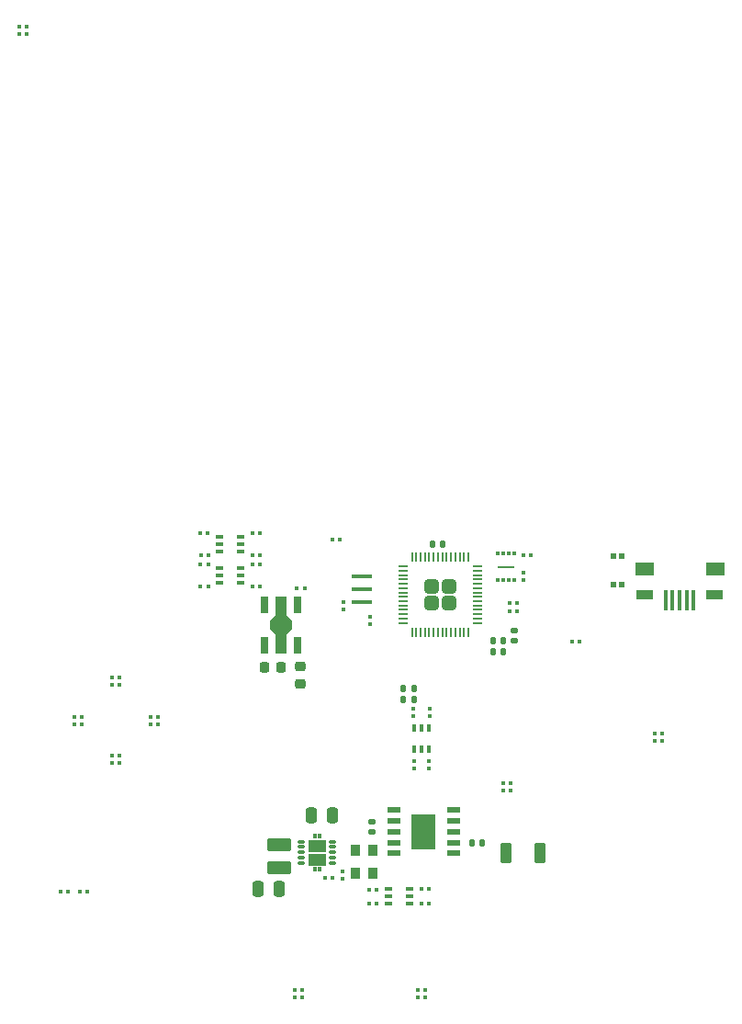
<source format=gbr>
%TF.GenerationSoftware,KiCad,Pcbnew,7.0.6*%
%TF.CreationDate,2024-03-31T21:54:29-07:00*%
%TF.ProjectId,retroglowplus_gbc,72657472-6f67-46c6-9f77-706c75735f67,rev?*%
%TF.SameCoordinates,Original*%
%TF.FileFunction,Paste,Top*%
%TF.FilePolarity,Positive*%
%FSLAX46Y46*%
G04 Gerber Fmt 4.6, Leading zero omitted, Abs format (unit mm)*
G04 Created by KiCad (PCBNEW 7.0.6) date 2024-03-31 21:54:29*
%MOMM*%
%LPD*%
G01*
G04 APERTURE LIST*
G04 Aperture macros list*
%AMRoundRect*
0 Rectangle with rounded corners*
0 $1 Rounding radius*
0 $2 $3 $4 $5 $6 $7 $8 $9 X,Y pos of 4 corners*
0 Add a 4 corners polygon primitive as box body*
4,1,4,$2,$3,$4,$5,$6,$7,$8,$9,$2,$3,0*
0 Add four circle primitives for the rounded corners*
1,1,$1+$1,$2,$3*
1,1,$1+$1,$4,$5*
1,1,$1+$1,$6,$7*
1,1,$1+$1,$8,$9*
0 Add four rect primitives between the rounded corners*
20,1,$1+$1,$2,$3,$4,$5,0*
20,1,$1+$1,$4,$5,$6,$7,0*
20,1,$1+$1,$6,$7,$8,$9,0*
20,1,$1+$1,$8,$9,$2,$3,0*%
%AMFreePoly0*
4,1,13,0.900000,0.500000,2.600000,0.500000,2.600000,-0.500000,0.900000,-0.500000,0.400000,-1.000000,-0.400000,-1.000000,-0.900000,-0.500000,-2.600000,-0.500000,-2.600000,0.500000,-0.900000,0.500000,-0.400000,1.000000,0.400000,1.000000,0.900000,0.500000,0.900000,0.500000,$1*%
G04 Aperture macros list end*
%ADD10C,0.010000*%
%ADD11RoundRect,0.250000X0.850000X-0.375000X0.850000X0.375000X-0.850000X0.375000X-0.850000X-0.375000X0*%
%ADD12RoundRect,0.079500X0.079500X0.100500X-0.079500X0.100500X-0.079500X-0.100500X0.079500X-0.100500X0*%
%ADD13RoundRect,0.079500X-0.079500X-0.100500X0.079500X-0.100500X0.079500X0.100500X-0.079500X0.100500X0*%
%ADD14R,0.370000X0.370000*%
%ADD15RoundRect,0.249999X-0.395001X0.395001X-0.395001X-0.395001X0.395001X-0.395001X0.395001X0.395001X0*%
%ADD16RoundRect,0.050000X-0.050000X0.387500X-0.050000X-0.387500X0.050000X-0.387500X0.050000X0.387500X0*%
%ADD17RoundRect,0.050000X-0.387500X0.050000X-0.387500X-0.050000X0.387500X-0.050000X0.387500X0.050000X0*%
%ADD18RoundRect,0.079500X-0.100500X0.079500X-0.100500X-0.079500X0.100500X-0.079500X0.100500X0.079500X0*%
%ADD19R,0.900000X1.000000*%
%ADD20R,0.500000X0.550000*%
%ADD21RoundRect,0.140000X-0.140000X-0.170000X0.140000X-0.170000X0.140000X0.170000X-0.140000X0.170000X0*%
%ADD22R,0.400000X0.650000*%
%ADD23RoundRect,0.225000X0.225000X0.250000X-0.225000X0.250000X-0.225000X-0.250000X0.225000X-0.250000X0*%
%ADD24R,0.700000X1.500000*%
%ADD25FreePoly0,270.000000*%
%ADD26RoundRect,0.140000X0.140000X0.170000X-0.140000X0.170000X-0.140000X-0.170000X0.140000X-0.170000X0*%
%ADD27RoundRect,0.225000X-0.250000X0.225000X-0.250000X-0.225000X0.250000X-0.225000X0.250000X0.225000X0*%
%ADD28RoundRect,0.250000X0.250000X0.475000X-0.250000X0.475000X-0.250000X-0.475000X0.250000X-0.475000X0*%
%ADD29RoundRect,0.250000X-0.250000X-0.475000X0.250000X-0.475000X0.250000X0.475000X-0.250000X0.475000X0*%
%ADD30RoundRect,0.140000X0.170000X-0.140000X0.170000X0.140000X-0.170000X0.140000X-0.170000X-0.140000X0*%
%ADD31R,0.650000X0.400000*%
%ADD32R,1.900000X0.400000*%
%ADD33RoundRect,0.007200X-0.292800X-0.112800X0.292800X-0.112800X0.292800X0.112800X-0.292800X0.112800X0*%
%ADD34R,0.300000X0.400000*%
%ADD35R,1.600000X0.200000*%
%ADD36RoundRect,0.250000X-0.275000X-0.700000X0.275000X-0.700000X0.275000X0.700000X-0.275000X0.700000X0*%
%ADD37RoundRect,0.140000X-0.170000X0.140000X-0.170000X-0.140000X0.170000X-0.140000X0.170000X0.140000X0*%
%ADD38RoundRect,0.079500X0.100500X-0.079500X0.100500X0.079500X-0.100500X0.079500X-0.100500X-0.079500X0*%
%ADD39R,0.400000X1.850000*%
%ADD40R,1.625000X0.900000*%
%ADD41R,1.690000X1.300000*%
%ADD42R,1.300000X0.600000*%
%ADD43R,2.300000X3.200000*%
G04 APERTURE END LIST*
%TO.C,U5*%
D10*
X237271800Y-139379400D02*
X235771800Y-139379400D01*
X235771800Y-138319400D01*
X237271800Y-138319400D01*
X237271800Y-139379400D01*
G36*
X237271800Y-139379400D02*
G01*
X235771800Y-139379400D01*
X235771800Y-138319400D01*
X237271800Y-138319400D01*
X237271800Y-139379400D01*
G37*
X237271800Y-140639400D02*
X235771800Y-140639400D01*
X235771800Y-139579400D01*
X237271800Y-139579400D01*
X237271800Y-140639400D01*
G36*
X237271800Y-140639400D02*
G01*
X235771800Y-140639400D01*
X235771800Y-139579400D01*
X237271800Y-139579400D01*
X237271800Y-140639400D01*
G37*
X236396800Y-138119400D02*
X236146800Y-138119400D01*
X236146800Y-137779400D01*
X236396800Y-137779400D01*
X236396800Y-138119400D01*
G36*
X236396800Y-138119400D02*
G01*
X236146800Y-138119400D01*
X236146800Y-137779400D01*
X236396800Y-137779400D01*
X236396800Y-138119400D01*
G37*
X236396800Y-141179400D02*
X236146800Y-141179400D01*
X236146800Y-140839400D01*
X236396800Y-140839400D01*
X236396800Y-141179400D01*
G36*
X236396800Y-141179400D02*
G01*
X236146800Y-141179400D01*
X236146800Y-140839400D01*
X236396800Y-140839400D01*
X236396800Y-141179400D01*
G37*
X236896800Y-138119400D02*
X236646800Y-138119400D01*
X236646800Y-137779400D01*
X236896800Y-137779400D01*
X236896800Y-138119400D01*
G36*
X236896800Y-138119400D02*
G01*
X236646800Y-138119400D01*
X236646800Y-137779400D01*
X236896800Y-137779400D01*
X236896800Y-138119400D01*
G37*
X236896800Y-141179400D02*
X236646800Y-141179400D01*
X236646800Y-140839400D01*
X236896800Y-140839400D01*
X236896800Y-141179400D01*
G36*
X236896800Y-141179400D02*
G01*
X236646800Y-141179400D01*
X236646800Y-140839400D01*
X236896800Y-140839400D01*
X236896800Y-141179400D01*
G37*
%TD*%
D11*
%TO.C,I1*%
X233019600Y-140876600D03*
X233019600Y-138726600D03*
%TD*%
D12*
%TO.C,R11*%
X231281800Y-112115600D03*
X230591800Y-112115600D03*
%TD*%
%TO.C,R15*%
X246860815Y-144183415D03*
X246170815Y-144183415D03*
%TD*%
D13*
%TO.C,R6*%
X234690280Y-115129803D03*
X235380280Y-115129803D03*
%TD*%
D14*
%TO.C,L2*%
X214137495Y-127638994D03*
X214807495Y-127638994D03*
X214807495Y-126968994D03*
X214137495Y-126968994D03*
%TD*%
D12*
%TO.C,R4*%
X256232407Y-112066293D03*
X255542407Y-112066293D03*
%TD*%
D15*
%TO.C,U2*%
X248691200Y-114935000D03*
X247091200Y-114935000D03*
X248691200Y-116535000D03*
X247091200Y-116535000D03*
D16*
X250491200Y-112297500D03*
X250091200Y-112297500D03*
X249691200Y-112297500D03*
X249291200Y-112297500D03*
X248891200Y-112297500D03*
X248491200Y-112297500D03*
X248091200Y-112297500D03*
X247691200Y-112297500D03*
X247291200Y-112297500D03*
X246891200Y-112297500D03*
X246491200Y-112297500D03*
X246091200Y-112297500D03*
X245691200Y-112297500D03*
X245291200Y-112297500D03*
D17*
X244453700Y-113135000D03*
X244453700Y-113535000D03*
X244453700Y-113935000D03*
X244453700Y-114335000D03*
X244453700Y-114735000D03*
X244453700Y-115135000D03*
X244453700Y-115535000D03*
X244453700Y-115935000D03*
X244453700Y-116335000D03*
X244453700Y-116735000D03*
X244453700Y-117135000D03*
X244453700Y-117535000D03*
X244453700Y-117935000D03*
X244453700Y-118335000D03*
D16*
X245291200Y-119172500D03*
X245691200Y-119172500D03*
X246091200Y-119172500D03*
X246491200Y-119172500D03*
X246891200Y-119172500D03*
X247291200Y-119172500D03*
X247691200Y-119172500D03*
X248091200Y-119172500D03*
X248491200Y-119172500D03*
X248891200Y-119172500D03*
X249291200Y-119172500D03*
X249691200Y-119172500D03*
X250091200Y-119172500D03*
X250491200Y-119172500D03*
D17*
X251328700Y-118335000D03*
X251328700Y-117935000D03*
X251328700Y-117535000D03*
X251328700Y-117135000D03*
X251328700Y-116735000D03*
X251328700Y-116335000D03*
X251328700Y-115935000D03*
X251328700Y-115535000D03*
X251328700Y-115135000D03*
X251328700Y-114735000D03*
X251328700Y-114335000D03*
X251328700Y-113935000D03*
X251328700Y-113535000D03*
X251328700Y-113135000D03*
%TD*%
D18*
%TO.C,R10*%
X245450600Y-126258800D03*
X245450600Y-126948800D03*
%TD*%
D19*
%TO.C,Y2*%
X241668600Y-141427200D03*
X241668600Y-139277200D03*
X240118600Y-139277200D03*
X240118600Y-141427200D03*
%TD*%
D12*
%TO.C,R14*%
X231281800Y-112903000D03*
X230591800Y-112903000D03*
%TD*%
D13*
%TO.C,R26*%
X214640600Y-143103600D03*
X215330600Y-143103600D03*
%TD*%
D20*
%TO.C,SW1*%
X263836200Y-114812200D03*
X264636200Y-114812200D03*
X263836200Y-112162200D03*
X264636200Y-112162200D03*
%TD*%
D21*
%TO.C,C3*%
X252758000Y-119989600D03*
X253718000Y-119989600D03*
%TD*%
D14*
%TO.C,L7*%
X234473790Y-152846496D03*
X235143790Y-152846496D03*
X235143790Y-152176496D03*
X234473790Y-152176496D03*
%TD*%
D12*
%TO.C,R13*%
X231281800Y-115011200D03*
X230591800Y-115011200D03*
%TD*%
D14*
%TO.C,L8*%
X217662495Y-131226494D03*
X218332495Y-131226494D03*
X218332495Y-130556494D03*
X217662495Y-130556494D03*
%TD*%
%TO.C,L3*%
X253689994Y-133734554D03*
X254359994Y-133734554D03*
X254359994Y-133064554D03*
X253689994Y-133064554D03*
%TD*%
D13*
%TO.C,R24*%
X241370215Y-142888015D03*
X242060215Y-142888015D03*
%TD*%
D18*
%TO.C,R5*%
X238953600Y-116414500D03*
X238953600Y-117104500D03*
%TD*%
D22*
%TO.C,Q1*%
X246837200Y-128041400D03*
X246187200Y-128041400D03*
X245537200Y-128041400D03*
X245537200Y-129941400D03*
X246187200Y-129941400D03*
X246837200Y-129941400D03*
%TD*%
D14*
%TO.C,L4*%
X217662495Y-124051494D03*
X218332495Y-124051494D03*
X218332495Y-123381494D03*
X217662495Y-123381494D03*
%TD*%
D12*
%TO.C,R3*%
X255021200Y-117292900D03*
X254331200Y-117292900D03*
%TD*%
D18*
%TO.C,R9*%
X246923800Y-126233400D03*
X246923800Y-126923400D03*
%TD*%
D23*
%TO.C,C11*%
X233244880Y-122394203D03*
X231694880Y-122394203D03*
%TD*%
D18*
%TO.C,C13*%
X238912400Y-141234600D03*
X238912400Y-141924600D03*
%TD*%
D24*
%TO.C,U4*%
X234707880Y-116704603D03*
D25*
X233207880Y-118554603D03*
D24*
X231707880Y-116704603D03*
X231707880Y-120404603D03*
X234707880Y-120404603D03*
%TD*%
D13*
%TO.C,R20*%
X225791200Y-110032800D03*
X226481200Y-110032800D03*
%TD*%
D26*
%TO.C,C4*%
X245463000Y-125349000D03*
X244503000Y-125349000D03*
%TD*%
D27*
%TO.C,C9*%
X234984480Y-122381203D03*
X234984480Y-123931203D03*
%TD*%
D14*
%TO.C,L6*%
X221187495Y-127638994D03*
X221857495Y-127638994D03*
X221857495Y-126968994D03*
X221187495Y-126968994D03*
%TD*%
D28*
%TO.C,C14*%
X237923800Y-136050400D03*
X236023800Y-136050400D03*
%TD*%
D14*
%TO.C,L1*%
X267682598Y-129231960D03*
X268352598Y-129231960D03*
X268352598Y-128561960D03*
X267682598Y-128561960D03*
%TD*%
D12*
%TO.C,R27*%
X238622400Y-110617000D03*
X237932400Y-110617000D03*
%TD*%
D14*
%TO.C,L9*%
X209126401Y-64053023D03*
X209796401Y-64053023D03*
X209796401Y-63383023D03*
X209126401Y-63383023D03*
%TD*%
D29*
%TO.C,C12*%
X231121600Y-142832200D03*
X233021600Y-142832200D03*
%TD*%
D30*
%TO.C,C1*%
X254727000Y-119982700D03*
X254727000Y-119022700D03*
%TD*%
D31*
%TO.C,Q2*%
X229484000Y-111734600D03*
X229484000Y-111084600D03*
X229484000Y-110434600D03*
X227584000Y-110434600D03*
X227584000Y-111084600D03*
X227584000Y-111734600D03*
%TD*%
%TO.C,Q4*%
X245054200Y-144170400D03*
X245054200Y-143520400D03*
X245054200Y-142870400D03*
X243154200Y-142870400D03*
X243154200Y-143520400D03*
X243154200Y-144170400D03*
%TD*%
D32*
%TO.C,Y1*%
X240706200Y-114054700D03*
X240706200Y-115254700D03*
X240706200Y-116454700D03*
%TD*%
D14*
%TO.C,L5*%
X245873790Y-152846496D03*
X246543790Y-152846496D03*
X246543790Y-152176496D03*
X245873790Y-152176496D03*
%TD*%
D33*
%TO.C,U5*%
X235121800Y-138479400D03*
X235121800Y-138979400D03*
X235121800Y-139479400D03*
X235121800Y-139979400D03*
X235121800Y-140479400D03*
X237921800Y-140479400D03*
X237921800Y-139979400D03*
X237921800Y-139479400D03*
X237921800Y-138979400D03*
X237921800Y-138479400D03*
%TD*%
D34*
%TO.C,U1*%
X254728407Y-111964693D03*
X254228407Y-111964693D03*
X253728407Y-111964693D03*
X253228407Y-111964693D03*
X253228407Y-114364693D03*
X253728407Y-114364693D03*
X254228407Y-114364693D03*
X254728407Y-114364693D03*
D35*
X253978407Y-113164693D03*
%TD*%
D13*
%TO.C,R7*%
X260055800Y-120065800D03*
X260745800Y-120065800D03*
%TD*%
D18*
%TO.C,R1*%
X241427000Y-117765000D03*
X241427000Y-118455000D03*
%TD*%
D12*
%TO.C,R2*%
X255021200Y-116505500D03*
X254331200Y-116505500D03*
%TD*%
D36*
%TO.C,AE1*%
X253959200Y-139566400D03*
X257109200Y-139566400D03*
%TD*%
D37*
%TO.C,C8*%
X241615000Y-136622600D03*
X241615000Y-137582600D03*
%TD*%
D38*
%TO.C,R18*%
X245476000Y-131774800D03*
X245476000Y-131084800D03*
%TD*%
D13*
%TO.C,R19*%
X225816600Y-112115600D03*
X226506600Y-112115600D03*
%TD*%
%TO.C,R8*%
X237263800Y-141833600D03*
X237953800Y-141833600D03*
%TD*%
%TO.C,R21*%
X225801400Y-115011200D03*
X226491400Y-115011200D03*
%TD*%
D26*
%TO.C,C7*%
X248155400Y-111074200D03*
X247195400Y-111074200D03*
%TD*%
D38*
%TO.C,R17*%
X246873000Y-131774800D03*
X246873000Y-131084800D03*
%TD*%
%TO.C,C2*%
X255531807Y-114392493D03*
X255531807Y-113702493D03*
%TD*%
D39*
%TO.C,J1*%
X271276600Y-116208100D03*
X270626600Y-116208100D03*
X269976600Y-116208100D03*
X269326600Y-116208100D03*
X268676600Y-116208100D03*
D40*
X273189100Y-115733100D03*
X266764100Y-115733100D03*
D41*
X273246600Y-113373100D03*
X266706600Y-113373100D03*
%TD*%
D13*
%TO.C,R23*%
X241370215Y-144183415D03*
X242060215Y-144183415D03*
%TD*%
D42*
%TO.C,U3*%
X243604600Y-135566400D03*
X243604600Y-136566400D03*
X243604600Y-137566400D03*
X243604600Y-138566400D03*
X243604600Y-139566400D03*
X249104600Y-139566400D03*
X249104600Y-138566400D03*
X249104600Y-137566400D03*
X249104600Y-136566400D03*
X249104600Y-135566400D03*
D43*
X246354600Y-137566400D03*
%TD*%
D13*
%TO.C,R22*%
X225801400Y-112903000D03*
X226491400Y-112903000D03*
%TD*%
D31*
%TO.C,Q3*%
X229484000Y-114604800D03*
X229484000Y-113954800D03*
X229484000Y-113304800D03*
X227584000Y-113304800D03*
X227584000Y-113954800D03*
X227584000Y-114604800D03*
%TD*%
D12*
%TO.C,R12*%
X231281800Y-110032800D03*
X230591800Y-110032800D03*
%TD*%
D21*
%TO.C,C10*%
X250802200Y-138582400D03*
X251762200Y-138582400D03*
%TD*%
D13*
%TO.C,R25*%
X212862600Y-143103600D03*
X213552600Y-143103600D03*
%TD*%
D12*
%TO.C,R16*%
X246860815Y-142862615D03*
X246170815Y-142862615D03*
%TD*%
D26*
%TO.C,C6*%
X253718000Y-121005600D03*
X252758000Y-121005600D03*
%TD*%
%TO.C,C5*%
X245463000Y-124358400D03*
X244503000Y-124358400D03*
%TD*%
M02*

</source>
